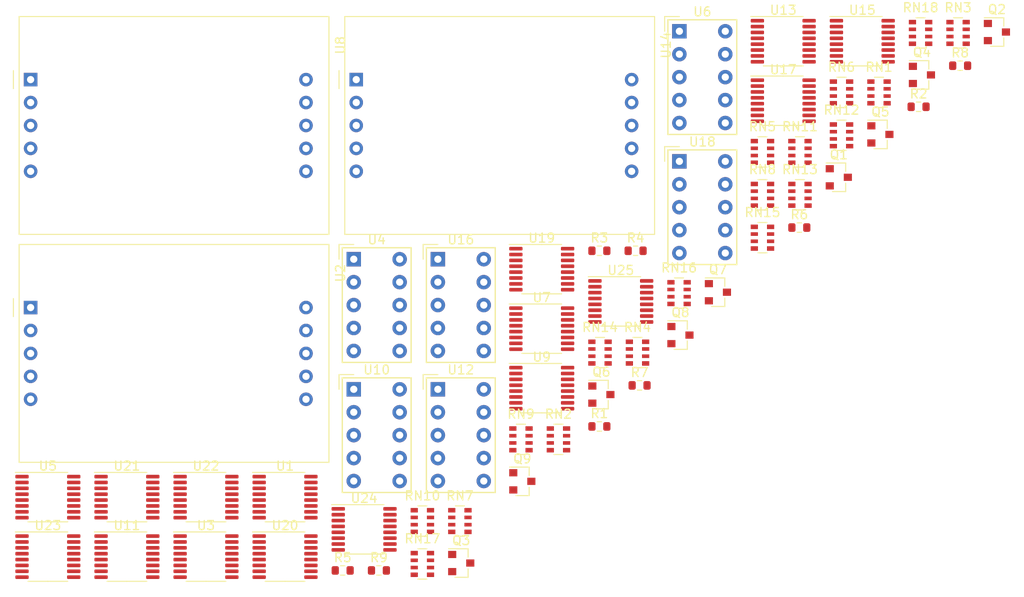
<source format=kicad_pcb>
(kicad_pcb (version 20210824) (generator pcbnew)
  (layers (0 "F.Cu" signal) (31 "B.Cu" signal) (34 "B.Paste" user) (35 "F.Paste" user) (36 "B.SilkS" user "B.Silkscreen") (37 "F.SilkS" user "F.Silkscreen") (38 "B.Mask" user) (39 "F.Mask" user) (44 "Edge.Cuts" user))
  (net 0 "")
  (net 1 "Net-(Q1-Pad1)")
  (net 2 "GND")
  (net 3 "Net-(Q1-Pad3)")
  (net 4 "Net-(Q2-Pad1)")
  (net 5 "Net-(Q2-Pad3)")
  (net 6 "Net-(Q3-Pad1)")
  (net 7 "Net-(Q3-Pad3)")
  (net 8 "Net-(Q4-Pad1)")
  (net 9 "Net-(Q4-Pad3)")
  (net 10 "Net-(Q5-Pad1)")
  (net 11 "Net-(Q5-Pad3)")
  (net 12 "Net-(Q6-Pad1)")
  (net 13 "Net-(Q6-Pad3)")
  (net 14 "Net-(Q7-Pad1)")
  (net 15 "Net-(Q7-Pad3)")
  (net 16 "Net-(Q8-Pad1)")
  (net 17 "Net-(Q8-Pad3)")
  (net 18 "Net-(Q9-Pad1)")
  (net 19 "Net-(Q9-Pad3)")
  (net 20 "/PWM_VEL")
  (net 21 "/PWM_OD")
  (net 22 "Net-(RN1-Pad1)")
  (net 23 "Net-(RN1-Pad3)")
  (net 24 "Net-(RN1-Pad2)")
  (net 25 "Net-(RN1-Pad4)")
  (net 26 "Net-(RN1-Pad7)")
  (net 27 "Net-(RN1-Pad8)")
  (net 28 "Net-(RN1-Pad6)")
  (net 29 "Net-(RN1-Pad5)")
  (net 30 "Net-(RN2-Pad1)")
  (net 31 "Net-(RN2-Pad3)")
  (net 32 "Net-(RN2-Pad2)")
  (net 33 "Net-(RN2-Pad4)")
  (net 34 "Net-(RN2-Pad7)")
  (net 35 "Net-(RN2-Pad8)")
  (net 36 "Net-(RN2-Pad6)")
  (net 37 "Net-(RN2-Pad5)")
  (net 38 "Net-(RN3-Pad1)")
  (net 39 "Net-(RN3-Pad3)")
  (net 40 "Net-(RN3-Pad2)")
  (net 41 "Net-(RN3-Pad4)")
  (net 42 "Net-(RN3-Pad7)")
  (net 43 "Net-(RN3-Pad8)")
  (net 44 "Net-(RN3-Pad6)")
  (net 45 "Net-(RN3-Pad5)")
  (net 46 "Net-(RN4-Pad1)")
  (net 47 "Net-(RN4-Pad3)")
  (net 48 "Net-(RN4-Pad2)")
  (net 49 "Net-(RN4-Pad4)")
  (net 50 "Net-(RN4-Pad7)")
  (net 52 "Net-(RN4-Pad6)")
  (net 53 "Net-(RN4-Pad5)")
  (net 54 "Net-(RN5-Pad1)")
  (net 55 "Net-(RN5-Pad3)")
  (net 56 "Net-(RN5-Pad2)")
  (net 57 "Net-(RN5-Pad4)")
  (net 58 "Net-(RN5-Pad7)")
  (net 60 "Net-(RN5-Pad6)")
  (net 61 "Net-(RN5-Pad5)")
  (net 62 "Net-(RN6-Pad1)")
  (net 63 "Net-(RN6-Pad3)")
  (net 64 "Net-(RN6-Pad2)")
  (net 65 "Net-(RN6-Pad4)")
  (net 66 "Net-(RN6-Pad7)")
  (net 68 "Net-(RN6-Pad6)")
  (net 69 "Net-(RN6-Pad5)")
  (net 70 "Net-(RN7-Pad1)")
  (net 71 "Net-(RN7-Pad3)")
  (net 72 "Net-(RN7-Pad2)")
  (net 73 "Net-(RN7-Pad4)")
  (net 74 "Net-(RN7-Pad7)")
  (net 75 "Net-(RN7-Pad8)")
  (net 76 "Net-(RN7-Pad6)")
  (net 77 "Net-(RN7-Pad5)")
  (net 78 "Net-(RN8-Pad1)")
  (net 79 "Net-(RN8-Pad3)")
  (net 80 "Net-(RN8-Pad2)")
  (net 81 "Net-(RN8-Pad4)")
  (net 82 "Net-(RN8-Pad7)")
  (net 83 "Net-(RN8-Pad8)")
  (net 84 "Net-(RN8-Pad6)")
  (net 85 "Net-(RN8-Pad5)")
  (net 86 "Net-(RN9-Pad1)")
  (net 87 "Net-(RN9-Pad3)")
  (net 88 "Net-(RN9-Pad2)")
  (net 89 "Net-(RN9-Pad4)")
  (net 90 "Net-(RN9-Pad7)")
  (net 91 "Net-(RN9-Pad8)")
  (net 92 "Net-(RN9-Pad6)")
  (net 93 "Net-(RN9-Pad5)")
  (net 94 "Net-(RN10-Pad1)")
  (net 95 "Net-(RN10-Pad3)")
  (net 96 "Net-(RN10-Pad2)")
  (net 97 "Net-(RN10-Pad4)")
  (net 98 "Net-(RN10-Pad7)")
  (net 100 "Net-(RN10-Pad6)")
  (net 101 "Net-(RN10-Pad5)")
  (net 102 "Net-(RN11-Pad1)")
  (net 103 "Net-(RN11-Pad3)")
  (net 104 "Net-(RN11-Pad2)")
  (net 105 "Net-(RN11-Pad4)")
  (net 106 "Net-(RN11-Pad7)")
  (net 107 "Net-(RN11-Pad6)")
  (net 108 "Net-(RN11-Pad5)")
  (net 109 "Net-(RN12-Pad1)")
  (net 110 "Net-(RN12-Pad3)")
  (net 111 "Net-(RN12-Pad2)")
  (net 112 "Net-(RN12-Pad4)")
  (net 113 "Net-(RN12-Pad7)")
  (net 115 "Net-(RN12-Pad6)")
  (net 116 "Net-(RN12-Pad5)")
  (net 117 "Net-(RN13-Pad1)")
  (net 118 "Net-(RN13-Pad3)")
  (net 119 "Net-(RN13-Pad2)")
  (net 120 "Net-(RN13-Pad4)")
  (net 121 "Net-(RN13-Pad7)")
  (net 122 "Net-(RN13-Pad8)")
  (net 123 "Net-(RN13-Pad6)")
  (net 124 "Net-(RN13-Pad5)")
  (net 125 "Net-(RN14-Pad1)")
  (net 126 "Net-(RN14-Pad3)")
  (net 127 "Net-(RN14-Pad2)")
  (net 128 "Net-(RN14-Pad4)")
  (net 129 "Net-(RN14-Pad7)")
  (net 130 "Net-(RN14-Pad8)")
  (net 131 "Net-(RN14-Pad6)")
  (net 132 "Net-(RN14-Pad5)")
  (net 133 "Net-(RN15-Pad1)")
  (net 134 "Net-(RN15-Pad3)")
  (net 135 "Net-(RN15-Pad2)")
  (net 136 "Net-(RN15-Pad4)")
  (net 137 "Net-(RN15-Pad7)")
  (net 138 "Net-(RN15-Pad8)")
  (net 139 "Net-(RN15-Pad6)")
  (net 140 "Net-(RN15-Pad5)")
  (net 141 "Net-(RN16-Pad1)")
  (net 142 "Net-(RN16-Pad3)")
  (net 143 "Net-(RN16-Pad2)")
  (net 144 "Net-(RN16-Pad4)")
  (net 145 "Net-(RN16-Pad7)")
  (net 147 "Net-(RN16-Pad6)")
  (net 148 "Net-(RN16-Pad5)")
  (net 149 "Net-(RN17-Pad1)")
  (net 150 "Net-(RN17-Pad3)")
  (net 151 "Net-(RN17-Pad2)")
  (net 152 "Net-(RN17-Pad4)")
  (net 153 "Net-(RN17-Pad7)")
  (net 155 "Net-(RN17-Pad6)")
  (net 156 "Net-(RN17-Pad5)")
  (net 157 "Net-(RN18-Pad1)")
  (net 158 "Net-(RN18-Pad3)")
  (net 159 "Net-(RN18-Pad2)")
  (net 160 "Net-(RN18-Pad4)")
  (net 161 "Net-(RN18-Pad7)")
  (net 163 "Net-(RN18-Pad6)")
  (net 164 "Net-(RN18-Pad5)")
  (net 165 "/S_7S_A_DB")
  (net 166 "/S_7S_A_DC")
  (net 167 "/S_7S_A_LT")
  (net 168 "/S_7S_A_BI")
  (net 169 "/S_7S_A_DD")
  (net 170 "/S_7S_A_DA")
  (net 171 "+12V")
  (net 172 "/S_7S_D_3_B")
  (net 173 "/S_7S_D_3_C")
  (net 174 "/S_7S_D_3_LT")
  (net 175 "/S_7S_D_3_BI")
  (net 176 "/S_7S_D_3_D")
  (net 177 "/S_7S_D_3_A")
  (net 178 "/S_7S_D_2_B")
  (net 179 "/S_7S_D_2_C")
  (net 180 "/S_7S_D_2_LT")
  (net 181 "/S_7S_D_2_BI")
  (net 182 "/S_7S_D_2_D")
  (net 183 "/S_7S_D_2_A")
  (net 184 "/S_7S_B_DB")
  (net 185 "/S_7S_B_DC")
  (net 186 "/S_7S_B_LT")
  (net 187 "/S_7S_B_BI")
  (net 188 "/S_7S_B_DD")
  (net 189 "/S_7S_B_DA")
  (net 190 "/S_7S_D_4_B")
  (net 191 "/S_7S_D_4_C")
  (net 192 "/S_7S_D_4_LT")
  (net 193 "/S_7S_D_4_BI")
  (net 194 "/S_7S_D_4_D")
  (net 195 "/S_7S_D_4_A")
  (net 196 "/S_7S_D_5_B")
  (net 197 "/S_7S_D_5_C")
  (net 198 "/S_7S_D_5_LT")
  (net 199 "/S_7S_D_5_BI")
  (net 200 "/S_7S_D_5_D")
  (net 201 "/S_7S_D_5_A")
  (net 202 "/S_7S_D_1_B")
  (net 203 "/S_7S_D_1_C")
  (net 204 "/S_7S_D_1_LT")
  (net 205 "/S_7S_D_1_BI")
  (net 206 "/S_7S_D_1_D")
  (net 207 "/S_7S_D_1_A")
  (net 208 "/S_7S_D_6_B")
  (net 209 "/S_7S_D_6_C")
  (net 210 "/S_7S_D_6_LT")
  (net 211 "/S_7S_D_6_BI")
  (net 212 "/S_7S_D_6_D")
  (net 213 "/S_7S_D_6_A")
  (net 214 "/SER")
  (net 215 "/SRCLR")
  (net 216 "/SRCLK")
  (net 217 "/RCLK")
  (net 218 "/OE")
  (footprint "Package_TO_SOT_SMD:SOT-23" (layer "F.Cu") (at 157.981 107.627)
    (fp_text reference "Q3")
    (fp_text value "BSS138")
  )
  (footprint "Package_SO:TSSOP-16_4.4x5mm_P0.65mm" (layer "F.Cu") (at 112.231 106.917)
    (fp_text reference "U23")
    (fp_text value "74HC595")
  )
  (footprint "Package_SO:TSSOP-16_4.4x5mm_P0.65mm" (layer "F.Cu") (at 129.731 106.917)
    (fp_text reference "U3")
    (fp_text value "4511")
  )
  (footprint "Resistor_SMD:R_Array_Convex_4x0603" (layer "F.Cu") (at 191.321 62.087)
    (fp_text reference "RN5")
    (fp_text value "560Ω ±5% 63mW")
  )
  (footprint "Resistor_SMD:R_0603_1608Metric" (layer "F.Cu") (at 173.271 73.037)
    (fp_text reference "R3")
    (fp_text value "1k 1/10W +-1%")
  )
  (footprint "Resistor_SMD:R_Array_Convex_4x0603" (layer "F.Cu") (at 191.321 71.587)
    (fp_text reference "RN15")
    (fp_text value "560Ω ±5% 63mW")
  )
  (footprint "Resistor_SMD:R_Array_Convex_4x0603" (layer "F.Cu") (at 208.821 48.907)
    (fp_text reference "RN18")
    (fp_text value "560Ω ±5% 63mW")
  )
  (footprint "Package_TO_SOT_SMD:SOT-23" (layer "F.Cu") (at 182.241 82.377)
    (fp_text reference "Q8")
    (fp_text value "BSS138")
  )
  (footprint "Resistor_SMD:R_Array_Convex_4x0603" (layer "F.Cu") (at 191.321 66.837)
    (fp_text reference "RN8")
    (fp_text value "560Ω ±5% 63mW")
  )
  (footprint "Resistor_SMD:R_Array_Convex_4x0603" (layer "F.Cu") (at 153.681 102.977)
    (fp_text reference "RN10")
    (fp_text value "560Ω ±5% 63mW")
  )
  (footprint "Package_SO:TSSOP-16_4.4x5mm_P0.65mm" (layer "F.Cu") (at 112.231 100.327)
    (fp_text reference "U5")
    (fp_text value "4511")
  )
  (footprint "Package_SO:TSSOP-16_4.4x5mm_P0.65mm" (layer "F.Cu") (at 120.981 100.327)
    (fp_text reference "U21")
    (fp_text value "74HC595")
  )
  (footprint "Resistor_SMD:R_Array_Convex_4x0603" (layer "F.Cu") (at 195.471 62.087)
    (fp_text reference "RN11")
    (fp_text value "560Ω ±5% 63mW")
  )
  (footprint "Resistor_SMD:R_Array_Convex_4x0603" (layer "F.Cu") (at 204.221 55.497)
    (fp_text reference "RN1")
    (fp_text value "560Ω ±5% 63mW")
  )
  (footprint "Resistor_SMD:R_Array_Convex_4x0603" (layer "F.Cu") (at 164.591 93.927)
    (fp_text reference "RN9")
    (fp_text value "560Ω ±5% 63mW")
  )
  (footprint "Package_TO_SOT_SMD:SOT-23" (layer "F.Cu") (at 199.771 64.897)
    (fp_text reference "Q1")
    (fp_text value "BSS138")
  )
  (footprint "Package_SO:TSSOP-16_4.4x5mm_P0.65mm" (layer "F.Cu") (at 138.481 106.917)
    (fp_text reference "U20")
    (fp_text value "74HC595")
  )
  (footprint "Package_TO_SOT_SMD:SOT-23" (layer "F.Cu") (at 217.271 48.807)
    (fp_text reference "Q2")
    (fp_text value "BSS138")
  )
  (footprint "Package_TO_SOT_SMD:SOT-23" (layer "F.Cu") (at 173.491 88.967)
    (fp_text reference "Q6")
    (fp_text value "BSS138")
  )
  (footprint "Package_SO:TSSOP-16_4.4x5mm_P0.65mm" (layer "F.Cu") (at 138.481 100.327)
    (fp_text reference "U1")
    (fp_text value "4511")
  )
  (footprint "Package_SO:TSSOP-16_4.4x5mm_P0.65mm" (layer "F.Cu") (at 129.731 100.327)
    (fp_text reference "U22")
    (fp_text value "74HC595")
  )
  (footprint "DashDash:SA15-11xxx" (layer "F.Cu") (at 146.361 54.077)
    (fp_text reference "U14")
    (fp_text value "HDSP-7801")
  )
  (footprint "Package_SO:TSSOP-16_4.4x5mm_P0.65mm" (layer "F.Cu") (at 175.641 78.647)
    (fp_text reference "U25")
    (fp_text value "74HC595")
  )
  (footprint "Package_SO:TSSOP-16_4.4x5mm_P0.65mm" (layer "F.Cu") (at 166.891 81.667)
    (fp_text reference "U7")
    (fp_text value "4511")
  )
  (footprint "Resistor_SMD:R_0603_1608Metric" (layer "F.Cu") (at 144.861 108.447)
    (fp_text reference "R5")
    (fp_text value "1k 1/10W +-1%")
  )
  (footprint "Display_7Segment:HDSP-7801" (layer "F.Cu") (at 182.126 63.132)
    (fp_text reference "U18")
    (fp_text value "HDSP-7801")
  )
  (footprint "Resistor_SMD:R_Array_Convex_4x0603" (layer "F.Cu") (at 173.341 84.317)
    (fp_text reference "RN14")
    (fp_text value "560Ω ±5% 63mW")
  )
  (footprint "Display_7Segment:HDSP-7801" (layer "F.Cu") (at 146.086 73.972)
    (fp_text reference "U4")
    (fp_text value "HDSP-7801")
  )
  (footprint "DashDash:SA15-11xxx" (layer "F.Cu") (at 110.321 79.327)
    (fp_text reference "U2")
    (fp_text value "HDSP-7801")
  )
  (footprint "Display_7Segment:HDSP-7801" (layer "F.Cu") (at 155.396 73.972)
    (fp_text reference "U16")
    (fp_text value "HDSP-7801")
  )
  (footprint "Resistor_SMD:R_0603_1608Metric" (layer "F.Cu") (at 213.201 52.537)
    (fp_text reference "R8")
    (fp_text value "1k 1/10W +-1%")
  )
  (footprint "Resistor_SMD:R_0603_1608Metric" (layer "F.Cu") (at 177.721 87.947)
    (fp_text reference "R7")
    (fp_text value "1k 1/10W +-1%")
  )
  (footprint "Resistor_SMD:R_0603_1608Metric" (layer "F.Cu") (at 195.401 70.467)
    (fp_text reference "R6")
    (fp_text value "1k 1/10W +-1%")
  )
  (footprint "Package_SO:TSSOP-16_4.4x5mm_P0.65mm" (layer "F.Cu") (at 202.371 49.827)
    (fp_text reference "U15")
    (fp_text value "4511")
  )
  (footprint "Package_SO:TSSOP-16_4.4x5mm_P0.65mm" (layer "F.Cu") (at 193.621 49.827)
    (fp_text reference "U13")
    (fp_text value "4511")
  )
  (footprint "DashDash:SA15-11xxx" (layer "F.Cu") (at 110.321 54.077)
    (fp_text reference "U8")
    (fp_text value "HDSP-7801")
  )
  (footprint "Package_SO:TSSOP-16_4.4x5mm_P0.65mm" (layer "F.Cu") (at 193.621 56.417)
    (fp_text reference "U17")
    (fp_text value "4511")
  )
  (footprint "Package_SO:TSSOP-16_4.4x5mm_P0.65mm" (layer "F.Cu") (at 166.891 75.077)
    (fp_text reference "U19")
    (fp_text value "74HC595")
  )
  (footprint "Resistor_SMD:R_Array_Convex_4x0603" (layer "F.Cu") (at 168.741 93.927)
    (fp_text reference "RN2")
    (fp_text value "560Ω ±5% 63mW")
  )
  (footprint "Resistor_SMD:R_Array_Convex_4x0603" (layer "F.Cu") (at 200.071 60.247)
    (fp_text reference "RN12")
    (fp_text value "560Ω ±5% 63mW")
  )
  (footprint "Display_7Segment:HDSP-7801" (layer "F.Cu") (at 182.126 48.722)
    (fp_text reference "U6")
    (fp_text value "HDSP-7801")
  )
  (footprint "Package_TO_SOT_SMD:SOT-23" (layer "F.Cu") (at 186.391 77.627)
    (fp_text reference "Q7")
    (fp_text value "BSS138")
  )
  (footprint "Resistor_SMD:R_0603_1608Metric" (layer "F.Cu") (at 148.871 108.447)
    (fp_text reference "R9")
    (fp_text value "1k 1/10W +-1%")
  )
  (footprint "Resistor_SMD:R_Array_Convex_4x0603" (layer "F.Cu") (at 182.091 77.727)
    (fp_text reference "RN16")
    (fp_text value "560Ω ±5% 63mW")
  )
  (footprint "Resistor_SMD:R_Array_Convex_4x0603" (layer "F.Cu") (at 212.971 48.907)
    (fp_text reference "RN3")
    (fp_text value "560Ω ±5% 63mW")
  )
  (footprint "Display_7Segment:HDSP-7801" (layer "F.Cu") (at 155.396 88.382)
    (fp_text reference "U12")
    (fp_text value "HDSP-7801")
  )
  (footprint "Resistor_SMD:R_Array_Convex_4x0603" (layer "F.Cu") (at 195.471 66.837)
    (fp_text reference "RN13")
    (fp_text value "560Ω ±5% 63mW")
  )
  (footprint "Resistor_SMD:R_0603_1608Metric" (layer "F.Cu") (at 208.601 57.087)
    (fp_text reference "R2")
    (fp_text value "1k 1/10W +-1%")
  )
  (footprint "Package_SO:TSSOP-16_4.4x5mm_P0.65mm" (layer "F.Cu") (at 147.231 103.897)
    (fp_text reference "U24")
    (fp_text value "74HC595")
  )
  (footprint "Package_TO_SOT_SMD:SOT-23" (layer "F.Cu") (at 164.741 98.577)
    (fp_text reference "Q9")
    (fp_text value "BSS138")
  )
  (footprint "Resistor_SMD:R_0603_1608Metric" (layer "F.Cu") (at 177.281 73.037)
    (fp_text reference "R4")
    (fp_text value "1k 1/10W +-1%")
  )
  (footprint "Package_TO_SOT_SMD:SOT-23" (layer "F.Cu") (at 204.371 60.147)
    (fp_text reference "Q5")
    (fp_text value "BSS138")
  )
  (footprint "Package_TO_SOT_SMD:SOT-23" (layer "F.Cu") (at 208.971 53.557)
    (fp_text reference "Q4")
    (fp_text value "BSS138")
  )
  (footprint "Display_7Segment:HDSP-7801" (layer "F.Cu") (at 146.086 88.382)
    (fp_text reference "U10")
    (fp_text value "HDSP-7801")
  )
  (footprint "Resistor_SMD:R_Array_Convex_4x0603" (layer "F.Cu") (at 177.491 84.317)
    (fp_text reference "RN4")
    (fp_text value "560Ω ±5% 63mW")
  )
  (footprint "Package_SO:TSSOP-16_4.4x5mm_P0.65mm" (layer "F.Cu") (at 166.891 88.257)
    (fp_text reference "U9")
    (fp_text value "4511")
  )
  (footprint "Resistor_SMD:R_Array_Convex_4x0603" (layer "F.Cu") (at 200.071 55.497)
    (fp_text reference "RN6")
    (fp_text value "560Ω ±5% 63mW")
  )
  (footprint "Resistor_SMD:R_Array_Convex_4x0603" (layer "F.Cu") (at 157.831 102.977)
    (fp_text reference "RN7")
    (fp_text value "560Ω ±5% 63mW")
  )
  (footprint "Package_SO:TSSOP-16_4.4x5mm_P0.65mm" (layer "F.Cu") (at 120.981 106.917)
    (fp_text reference "U11")
    (fp_text value "4511")
  )
  (footprint "Resistor_SMD:R_0603_1608Metric" (layer "F.Cu") (at 173.271 92.497)
    (fp_text reference "R1")
    (fp_text value "1k 1/10W +-1%")
  )
  (footprint "Resistor_SMD:R_Array_Convex_4x0603" (layer "F.Cu") (at 153.681 107.727)
    (fp_text reference "RN17")
    (fp_text value "560Ω ±5% 63mW")
  )
)
</source>
